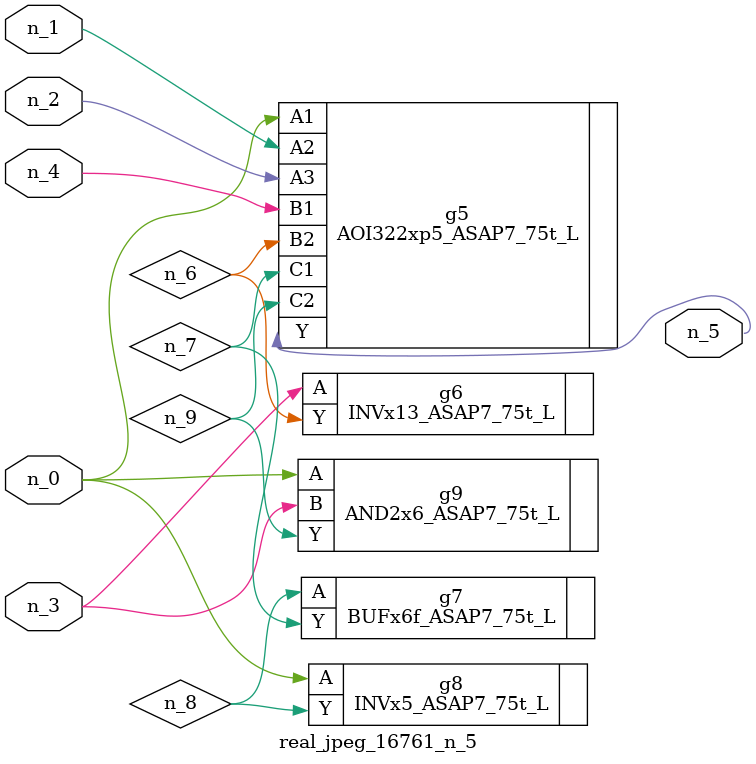
<source format=v>
module real_jpeg_16761_n_5 (n_4, n_0, n_1, n_2, n_3, n_5);

input n_4;
input n_0;
input n_1;
input n_2;
input n_3;

output n_5;

wire n_8;
wire n_6;
wire n_7;
wire n_9;

AOI322xp5_ASAP7_75t_L g5 ( 
.A1(n_0),
.A2(n_1),
.A3(n_2),
.B1(n_4),
.B2(n_6),
.C1(n_7),
.C2(n_9),
.Y(n_5)
);

INVx5_ASAP7_75t_L g8 ( 
.A(n_0),
.Y(n_8)
);

AND2x6_ASAP7_75t_L g9 ( 
.A(n_0),
.B(n_3),
.Y(n_9)
);

INVx13_ASAP7_75t_L g6 ( 
.A(n_3),
.Y(n_6)
);

BUFx6f_ASAP7_75t_L g7 ( 
.A(n_8),
.Y(n_7)
);


endmodule
</source>
